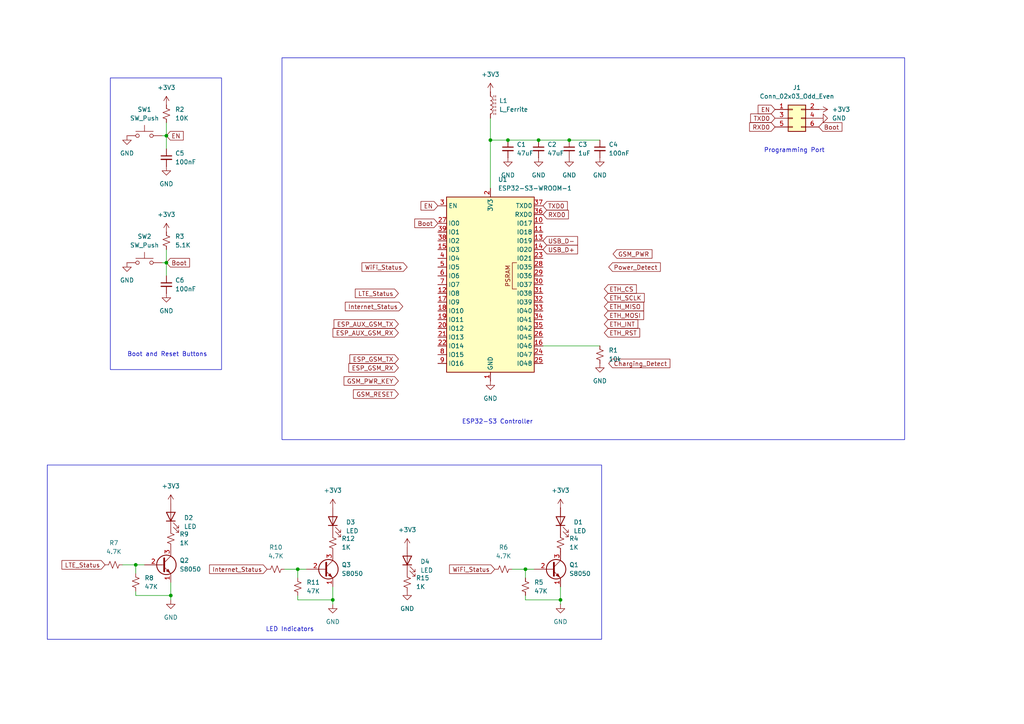
<source format=kicad_sch>
(kicad_sch (version 20231120) (generator "eeschema") (generator_version "8.0")
  (paper "A4")
  (lib_symbols
    (symbol "Connector_Generic:Conn_02x03_Odd_Even" (pin_names (offset 1.016) hide)
      (property "Reference" "J" (at 1.27 5.08 0))
      (property "Value" "Conn_02x03_Odd_Even" (at 1.27 -5.08 0))
      (symbol "Conn_02x03_Odd_Even_1_1"
        (rectangle (start -1.27 -2.413) (end 0 -2.667) (stroke (width 0.1524)))
        (rectangle (start -1.27 0.127) (end 0 -0.127) (stroke (width 0.1524)))
        (rectangle (start -1.27 2.667) (end 0 2.413) (stroke (width 0.1524)))
        (rectangle (start -1.27 3.81) (end 3.81 -3.81) (stroke (width 0.254)) (fill (type background)))
        (rectangle (start 3.81 -2.413) (end 2.54 -2.667) (stroke (width 0.1524)))
        (rectangle (start 3.81 0.127) (end 2.54 -0.127) (stroke (width 0.1524)))
        (rectangle (start 3.81 2.667) (end 2.54 2.413) (stroke (width 0.1524)))
        (pin passive line (at -5.08 2.54 0) (length 3.81) (name "Pin_1") (number "1"))
        (pin passive line (at 7.62 2.54 180) (length 3.81) (name "Pin_2") (number "2"))
        (pin passive line (at -5.08 0 0) (length 3.81) (name "Pin_3") (number "3"))
        (pin passive line (at 7.62 0 180) (length 3.81) (name "Pin_4") (number "4"))
        (pin passive line (at -5.08 -2.54 0) (length 3.81) (name "Pin_5") (number "5"))
        (pin passive line (at 7.62 -2.54 180) (length 3.81) (name "Pin_6") (number "6"))
      )
    )
    (symbol "Device:C_Small" (pin_numbers hide) (pin_names (offset 0.254) hide)
      (property "Reference" "C" (at 0.254 1.778 0))
      (property "Value" "C_Small" (at 0.254 -2.032 0))
      (symbol "C_Small_0_1"
        (polyline (pts (xy -1.524 -0.508) (xy 1.524 -0.508)) (stroke (width 0.3302)))
        (polyline (pts (xy -1.524 0.508) (xy 1.524 0.508)) (stroke (width 0.3048)))
      )
      (symbol "C_Small_1_1"
        (pin passive line (at 0 2.54 270) (length 2.032) (name "~") (number "1"))
        (pin passive line (at 0 -2.54 90) (length 2.032) (name "~") (number "2"))
      )
    )
    (symbol "Device:LED" (pin_numbers hide) (pin_names (offset 1.016) hide)
      (property "Reference" "D" (at 0 2.54 0))
      (property "Value" "LED" (at 0 -2.54 0))
      (symbol "LED_0_1"
        (polyline (pts (xy -1.27 -1.27) (xy -1.27 1.27)) (stroke (width 0.254)))
        (polyline (pts (xy -1.27 0) (xy 1.27 0)))
        (polyline (pts (xy 1.27 -1.27) (xy 1.27 1.27) (xy -1.27 0) (xy 1.27 -1.27)) (stroke (width 0.254)))
        (polyline (pts (xy -3.048 -0.762) (xy -4.572 -2.286) (xy -3.81 -2.286) (xy -4.572 -2.286) (xy -4.572 -1.524)))
        (polyline (pts (xy -1.778 -0.762) (xy -3.302 -2.286) (xy -2.54 -2.286) (xy -3.302 -2.286) (xy -3.302 -1.524)))
      )
      (symbol "LED_1_1"
        (pin passive line (at -3.81 0 0) (length 2.54) (name "K") (number "1"))
        (pin passive line (at 3.81 0 180) (length 2.54) (name "A") (number "2"))
      )
    )
    (symbol "Device:L_Ferrite" (pin_numbers hide) (pin_names (offset 1.016) hide)
      (property "Reference" "L" (at -1.27 0 90))
      (property "Value" "L_Ferrite" (at 2.794 0 90))
      (symbol "L_Ferrite_0_1"
        (arc (start 0 -2.54) (mid 0.6323 -1.905) (end 0 -1.27))
        (arc (start 0 -1.27) (mid 0.6323 -0.635) (end 0 0))
        (polyline (pts (xy 1.016 -2.794) (xy 1.016 -2.286)))
        (polyline (pts (xy 1.016 -1.778) (xy 1.016 -1.27)))
        (polyline (pts (xy 1.016 -0.762) (xy 1.016 -0.254)))
        (polyline (pts (xy 1.016 0.254) (xy 1.016 0.762)))
        (polyline (pts (xy 1.016 1.27) (xy 1.016 1.778)))
        (polyline (pts (xy 1.016 2.286) (xy 1.016 2.794)))
        (polyline (pts (xy 1.524 -2.286) (xy 1.524 -2.794)))
        (polyline (pts (xy 1.524 -1.27) (xy 1.524 -1.778)))
        (polyline (pts (xy 1.524 -0.254) (xy 1.524 -0.762)))
        (polyline (pts (xy 1.524 0.762) (xy 1.524 0.254)))
        (polyline (pts (xy 1.524 1.778) (xy 1.524 1.27)))
        (polyline (pts (xy 1.524 2.794) (xy 1.524 2.286)))
        (arc (start 0 0) (mid 0.6323 0.635) (end 0 1.27))
        (arc (start 0 1.27) (mid 0.6323 1.905) (end 0 2.54))
      )
      (symbol "L_Ferrite_1_1"
        (pin passive line (at 0 3.81 270) (length 1.27) (name "1") (number "1"))
        (pin passive line (at 0 -3.81 90) (length 1.27) (name "2") (number "2"))
      )
    )
    (symbol "Device:R_Small_US" (pin_numbers hide) (pin_names (offset 0.254) hide)
      (property "Reference" "R" (at 0.762 0.508 0))
      (property "Value" "R_Small_US" (at 0.762 -1.016 0))
      (symbol "R_Small_US_1_1"
        (polyline (pts (xy 0 0) (xy 1.016 -0.381) (xy 0 -0.762) (xy -1.016 -1.143) (xy 0 -1.524)))
        (polyline (pts (xy 0 1.524) (xy 1.016 1.143) (xy 0 0.762) (xy -1.016 0.381) (xy 0 0)))
        (pin passive line (at 0 2.54 270) (length 1.016) (name "~") (number "1"))
        (pin passive line (at 0 -2.54 90) (length 1.016) (name "~") (number "2"))
      )
    )
    (symbol "RF_Module:ESP32-S3-WROOM-1"
      (property "Reference" "U" (at -12.7 26.67 0))
      (property "Value" "ESP32-S3-WROOM-1" (at 12.7 26.67 0))
      (symbol "ESP32-S3-WROOM-1_0_0"
        (rectangle (start -12.7 25.4) (end 12.7 -25.4) (stroke (width 0.254)) (fill (type background)))
        (text "PSRAM" (at 5.08 2.54 900) (effects (font (size 1.27 1.27))))
      )
      (symbol "ESP32-S3-WROOM-1_0_1"
        (polyline (pts (xy 7.62 -1.27) (xy 6.35 -1.27) (xy 6.35 6.35) (xy 7.62 6.35)))
      )
      (symbol "ESP32-S3-WROOM-1_1_1"
        (pin power_in line (at 0 -27.94 90) (length 2.54) (name "GND") (number "1"))
        (pin bidirectional line (at 15.24 17.78 180) (length 2.54) (name "IO17") (number "10"))
        (pin bidirectional line (at 15.24 15.24 180) (length 2.54) (name "IO18") (number "11"))
        (pin bidirectional line (at -15.24 -2.54 0) (length 2.54) (name "IO8") (number "12"))
        (pin bidirectional line (at 15.24 12.7 180) (length 2.54) (name "IO19") (number "13"))
        (pin bidirectional line (at 15.24 10.16 180) (length 2.54) (name "IO20") (number "14"))
        (pin bidirectional line (at -15.24 10.16 0) (length 2.54) (name "IO3") (number "15"))
        (pin bidirectional line (at 15.24 -17.78 180) (length 2.54) (name "IO46") (number "16"))
        (pin bidirectional line (at -15.24 -5.08 0) (length 2.54) (name "IO9") (number "17"))
        (pin bidirectional line (at -15.24 -7.62 0) (length 2.54) (name "IO10") (number "18"))
        (pin bidirectional line (at -15.24 -10.16 0) (length 2.54) (name "IO11") (number "19"))
        (pin power_in line (at 0 27.94 270) (length 2.54) (name "3V3") (number "2"))
        (pin bidirectional line (at -15.24 -12.7 0) (length 2.54) (name "IO12") (number "20"))
        (pin bidirectional line (at -15.24 -15.24 0) (length 2.54) (name "IO13") (number "21"))
        (pin bidirectional line (at -15.24 -17.78 0) (length 2.54) (name "IO14") (number "22"))
        (pin bidirectional line (at 15.24 7.62 180) (length 2.54) (name "IO21") (number "23"))
        (pin bidirectional line (at 15.24 -20.32 180) (length 2.54) (name "IO47") (number "24"))
        (pin bidirectional line (at 15.24 -22.86 180) (length 2.54) (name "IO48") (number "25"))
        (pin bidirectional line (at 15.24 -15.24 180) (length 2.54) (name "IO45") (number "26"))
        (pin bidirectional line (at -15.24 17.78 0) (length 2.54) (name "IO0") (number "27"))
        (pin bidirectional line (at 15.24 5.08 180) (length 2.54) (name "IO35") (number "28"))
        (pin bidirectional line (at 15.24 2.54 180) (length 2.54) (name "IO36") (number "29"))
        (pin input line (at -15.24 22.86 0) (length 2.54) (name "EN") (number "3"))
        (pin bidirectional line (at 15.24 0 180) (length 2.54) (name "IO37") (number "30"))
        (pin bidirectional line (at 15.24 -2.54 180) (length 2.54) (name "IO38") (number "31"))
        (pin bidirectional line (at 15.24 -5.08 180) (length 2.54) (name "IO39") (number "32"))
        (pin bidirectional line (at 15.24 -7.62 180) (length 2.54) (name "IO40") (number "33"))
        (pin bidirectional line (at 15.24 -10.16 180) (length 2.54) (name "IO41") (number "34"))
        (pin bidirectional line (at 15.24 -12.7 180) (length 2.54) (name "IO42") (number "35"))
        (pin bidirectional line (at 15.24 20.32 180) (length 2.54) (name "RXD0") (number "36"))
        (pin bidirectional line (at 15.24 22.86 180) (length 2.54) (name "TXD0") (number "37"))
        (pin bidirectional line (at -15.24 12.7 0) (length 2.54) (name "IO2") (number "38"))
        (pin bidirectional line (at -15.24 15.24 0) (length 2.54) (name "IO1") (number "39"))
        (pin bidirectional line (at -15.24 7.62 0) (length 2.54) (name "IO4") (number "4"))
        (pin passive line (at 0 -27.94 90) (length 2.54) hide (name "GND") (number "40"))
        (pin passive line (at 0 -27.94 90) (length 2.54) hide (name "GND") (number "41"))
        (pin bidirectional line (at -15.24 5.08 0) (length 2.54) (name "IO5") (number "5"))
        (pin bidirectional line (at -15.24 2.54 0) (length 2.54) (name "IO6") (number "6"))
        (pin bidirectional line (at -15.24 0 0) (length 2.54) (name "IO7") (number "7"))
        (pin bidirectional line (at -15.24 -20.32 0) (length 2.54) (name "IO15") (number "8"))
        (pin bidirectional line (at -15.24 -22.86 0) (length 2.54) (name "IO16") (number "9"))
      )
    )
    (symbol "Switch:SW_Push" (pin_numbers hide) (pin_names (offset 1.016) hide)
      (property "Reference" "SW" (at 1.27 2.54 0))
      (property "Value" "SW_Push" (at 0 -1.524 0))
      (symbol "SW_Push_0_1"
        (circle (center -2.032 0) (radius 0.508))
        (polyline (pts (xy 0 1.27) (xy 0 3.048)))
        (polyline (pts (xy 2.54 1.27) (xy -2.54 1.27)))
        (circle (center 2.032 0) (radius 0.508))
        (pin passive line (at -5.08 0 0) (length 2.54) (name "1") (number "1"))
        (pin passive line (at 5.08 0 180) (length 2.54) (name "2") (number "2"))
      )
    )
    (symbol "Transistor_BJT:S8050" (pin_names (offset 0) hide)
      (property "Reference" "Q" (at 5.08 1.905 0))
      (property "Value" "S8050" (at 5.08 0 0))
      (symbol "S8050_0_1"
        (polyline (pts (xy 0 0) (xy 0.635 0)))
        (polyline (pts (xy 0.635 0.635) (xy 2.54 2.54)))
        (polyline (pts (xy 0.635 -0.635) (xy 2.54 -2.54) (xy 2.54 -2.54)))
        (polyline (pts (xy 0.635 1.905) (xy 0.635 -1.905) (xy 0.635 -1.905)) (stroke (width 0.508)))
        (polyline (pts (xy 1.27 -1.778) (xy 1.778 -1.27) (xy 2.286 -2.286) (xy 1.27 -1.778) (xy 1.27 -1.778)) (fill (type outline)))
        (circle (center 1.27 0) (radius 2.8194) (stroke (width 0.254)))
      )
      (symbol "S8050_1_1"
        (pin passive line (at 2.54 -5.08 90) (length 2.54) (name "E") (number "1"))
        (pin input line (at -5.08 0 0) (length 5.08) (name "B") (number "2"))
        (pin passive line (at 2.54 5.08 270) (length 2.54) (name "C") (number "3"))
      )
    )
    (symbol "power:+3V3" (power) (pin_numbers hide) (pin_names (offset 0) hide)
      (property "Value" "+3V3" (at 0 3.556 0))
      (symbol "+3V3_0_1"
        (polyline (pts (xy -0.762 1.27) (xy 0 2.54)))
        (polyline (pts (xy 0 0) (xy 0 2.54)))
        (polyline (pts (xy 0 2.54) (xy 0.762 1.27)))
      )
      (symbol "+3V3_1_1"
        (pin power_in line (at 0 0 90) (length 0) (name "~") (number "1"))
      )
    )
    (symbol "power:GND" (power) (pin_numbers hide) (pin_names (offset 0) hide)
      (property "Value" "GND" (at 0 -3.81 0))
      (symbol "GND_0_1"
        (polyline (pts (xy 0 0) (xy 0 -1.27) (xy 1.27 -1.27) (xy 0 -2.54) (xy -1.27 -1.27) (xy 0 -1.27)))
      )
      (symbol "GND_1_1"
        (pin power_in line (at 0 0 270) (length 0) (name "~") (number "1"))
      )
    )
  )
  (junction (at 86.36 165.1))
  (junction (at 142.24 40.64))
  (junction (at 48.26 76.2))
  (junction (at 48.26 39.37))
  (junction (at 147.32 40.64))
  (junction (at 162.56 173.99))
  (junction (at 39.37 163.83))
  (junction (at 152.4 165.1))
  (junction (at 49.53 172.72))
  (junction (at 96.52 173.99))
  (junction (at 156.21 40.64))
  (junction (at 165.1 40.64))
  (wire (pts (xy 82.55 165.1) (xy 86.36 165.1)))
  (wire (pts (xy 147.32 40.64) (xy 156.21 40.64)))
  (wire (pts (xy 48.26 76.2) (xy 48.26 80.01)))
  (wire (pts (xy 35.56 163.83) (xy 39.37 163.83)))
  (wire (pts (xy 39.37 166.37) (xy 39.37 163.83)))
  (wire (pts (xy 86.36 172.72) (xy 86.36 173.99)))
  (wire (pts (xy 162.56 173.99) (xy 162.56 175.26)))
  (wire (pts (xy 142.24 34.29) (xy 142.24 40.64)))
  (wire (pts (xy 142.24 40.64) (xy 147.32 40.64)))
  (wire (pts (xy 48.26 35.56) (xy 48.26 39.37)))
  (wire (pts (xy 152.4 172.72) (xy 152.4 173.99)))
  (wire (pts (xy 39.37 163.83) (xy 41.91 163.83)))
  (wire (pts (xy 157.48 100.33) (xy 173.99 100.33)))
  (wire (pts (xy 49.53 172.72) (xy 49.53 173.99)))
  (wire (pts (xy 152.4 173.99) (xy 162.56 173.99)))
  (wire (pts (xy 49.53 168.91) (xy 49.53 172.72)))
  (wire (pts (xy 96.52 173.99) (xy 96.52 175.26)))
  (wire (pts (xy 152.4 165.1) (xy 154.94 165.1)))
  (wire (pts (xy 48.26 72.39) (xy 48.26 76.2)))
  (wire (pts (xy 46.99 39.37) (xy 48.26 39.37)))
  (wire (pts (xy 46.99 76.2) (xy 48.26 76.2)))
  (wire (pts (xy 86.36 173.99) (xy 96.52 173.99)))
  (wire (pts (xy 39.37 172.72) (xy 49.53 172.72)))
  (wire (pts (xy 148.59 165.1) (xy 152.4 165.1)))
  (wire (pts (xy 156.21 40.64) (xy 165.1 40.64)))
  (wire (pts (xy 48.26 39.37) (xy 48.26 43.18)))
  (wire (pts (xy 86.36 165.1) (xy 88.9 165.1)))
  (wire (pts (xy 162.56 170.18) (xy 162.56 173.99)))
  (wire (pts (xy 96.52 170.18) (xy 96.52 173.99)))
  (wire (pts (xy 86.36 167.64) (xy 86.36 165.1)))
  (wire (pts (xy 165.1 40.64) (xy 173.99 40.64)))
  (wire (pts (xy 142.24 40.64) (xy 142.24 54.61)))
  (wire (pts (xy 152.4 167.64) (xy 152.4 165.1)))
  (wire (pts (xy 39.37 171.45) (xy 39.37 172.72)))
  (rectangle (start 13.716 134.874) (end 174.498 185.42))
  (rectangle (start 32.004 22.606) (end 64.262 107.188))
  (rectangle (start 81.788 16.764) (end 262.382 127.508))
  (text "LED Indicators" (at 84.074 182.626 0) (effects (font (size 1.27 1.27))))
  (text "Programming Port" (at 230.378 43.688 0) (effects (font (size 1.27 1.27))))
  (text "ESP32-S3 Controller" (at 144.272 122.428 0) (effects (font (size 1.27 1.27))))
  (text "Boot and Reset Buttons" (at 48.514 102.87 0) (effects (font (size 1.27 1.27))))
  (global_label "TXD0" (shape input) (at 224.79 34.29 180) (property "Intersheetrefs" "${INTERSHEET_REFS}" (effects (hide yes))))
  (global_label "ESP_GSM_RX" (shape input) (at 115.57 106.68 180) (property "Intersheetrefs" "${INTERSHEET_REFS}" (effects (hide yes))))
  (global_label "ETH_CS" (shape input) (at 175.26 83.82 0) (property "Intersheetrefs" "${INTERSHEET_REFS}" (effects (hide yes))))
  (global_label "Internet_Status" (shape input) (at 116.84 88.9 180) (property "Intersheetrefs" "${INTERSHEET_REFS}" (effects (hide yes))))
  (global_label "RXD0" (shape input) (at 157.48 62.23 0) (property "Intersheetrefs" "${INTERSHEET_REFS}" (effects (hide yes))))
  (global_label "Boot" (shape input) (at 127 64.77 180) (property "Intersheetrefs" "${INTERSHEET_REFS}" (effects (hide yes))))
  (global_label "GSM_PWR_KEY" (shape input) (at 115.57 110.49 180) (property "Intersheetrefs" "${INTERSHEET_REFS}" (effects (hide yes))))
  (global_label "WiFi_Status" (shape input) (at 118.11 77.47 180) (property "Intersheetrefs" "${INTERSHEET_REFS}" (effects (hide yes))))
  (global_label "Boot" (shape input) (at 48.26 76.2 0) (property "Intersheetrefs" "${INTERSHEET_REFS}" (effects (hide yes))))
  (global_label "Charging_Detect" (shape input) (at 176.53 105.41 0) (property "Intersheetrefs" "${INTERSHEET_REFS}" (effects (hide yes))))
  (global_label "ETH_MOSI" (shape input) (at 175.26 91.44 0) (property "Intersheetrefs" "${INTERSHEET_REFS}" (effects (hide yes))))
  (global_label "ETH_SCLK" (shape input) (at 175.26 86.36 0) (property "Intersheetrefs" "${INTERSHEET_REFS}" (effects (hide yes))))
  (global_label "ESP_GSM_TX" (shape input) (at 115.57 104.14 180) (property "Intersheetrefs" "${INTERSHEET_REFS}" (effects (hide yes))))
  (global_label "EN" (shape input) (at 48.26 39.37 0) (property "Intersheetrefs" "${INTERSHEET_REFS}" (effects (hide yes))))
  (global_label "GSM_RESET" (shape input) (at 115.57 114.3 180) (property "Intersheetrefs" "${INTERSHEET_REFS}" (effects (hide yes))))
  (global_label "LTE_Status" (shape input) (at 30.48 163.83 180) (property "Intersheetrefs" "${INTERSHEET_REFS}" (effects (hide yes))))
  (global_label "ESP_AUX_GSM_TX" (shape input) (at 115.57 93.98 180) (property "Intersheetrefs" "${INTERSHEET_REFS}" (effects (hide yes))))
  (global_label "USB_D+" (shape input) (at 157.48 72.39 0) (property "Intersheetrefs" "${INTERSHEET_REFS}" (effects (hide yes))))
  (global_label "WiFi_Status" (shape input) (at 143.51 165.1 180) (property "Intersheetrefs" "${INTERSHEET_REFS}" (effects (hide yes))))
  (global_label "ETH_INT" (shape input) (at 175.26 93.98 0) (property "Intersheetrefs" "${INTERSHEET_REFS}" (effects (hide yes))))
  (global_label "Internet_Status" (shape input) (at 77.47 165.1 180) (property "Intersheetrefs" "${INTERSHEET_REFS}" (effects (hide yes))))
  (global_label "ETH_MISO" (shape input) (at 175.26 88.9 0) (property "Intersheetrefs" "${INTERSHEET_REFS}" (effects (hide yes))))
  (global_label "USB_D-" (shape input) (at 157.48 69.85 0) (property "Intersheetrefs" "${INTERSHEET_REFS}" (effects (hide yes))))
  (global_label "Power_Detect" (shape input) (at 176.53 77.47 0) (property "Intersheetrefs" "${INTERSHEET_REFS}" (effects (hide yes))))
  (global_label "EN" (shape input) (at 224.79 31.75 180) (property "Intersheetrefs" "${INTERSHEET_REFS}" (effects (hide yes))))
  (global_label "LTE_Status" (shape input) (at 115.57 85.09 180) (property "Intersheetrefs" "${INTERSHEET_REFS}" (effects (hide yes))))
  (global_label "Boot" (shape input) (at 237.49 36.83 0) (property "Intersheetrefs" "${INTERSHEET_REFS}" (effects (hide yes))))
  (global_label "ESP_AUX_GSM_RX" (shape input) (at 115.57 96.52 180) (property "Intersheetrefs" "${INTERSHEET_REFS}" (effects (hide yes))))
  (global_label "RXD0" (shape input) (at 224.79 36.83 180) (property "Intersheetrefs" "${INTERSHEET_REFS}" (effects (hide yes))))
  (global_label "ETH_RST" (shape input) (at 175.26 96.52 0) (property "Intersheetrefs" "${INTERSHEET_REFS}" (effects (hide yes))))
  (global_label "EN" (shape input) (at 127 59.69 180) (property "Intersheetrefs" "${INTERSHEET_REFS}" (effects (hide yes))))
  (global_label "GSM_PWR" (shape input) (at 177.8 73.66 0) (property "Intersheetrefs" "${INTERSHEET_REFS}" (effects (hide yes))))
  (global_label "TXD0" (shape input) (at 157.48 59.69 0) (property "Intersheetrefs" "${INTERSHEET_REFS}" (effects (hide yes))))
  (symbol (lib_id "Device:LED") (at 118.11 162.56 90) (unit 1)
    (property "Reference" "D4" (at 121.92 162.8774 90) (effects (justify right)))
    (property "Value" "LED" (at 121.92 165.4174 90) (effects (justify right)))
    (property "Description" "Light emitting diode" (effects (hide yes)))
  )
  (symbol (lib_id "Device:R_Small_US") (at 173.99 102.87 0) (unit 1)
    (property "Reference" "R1" (at 176.53 101.5999 0) (effects (justify left)))
    (property "Value" "10k" (at 176.53 104.1399 0) (effects (justify left)))
    (property "Description" "Resistor, small US symbol" (effects (hide yes)))
  )
  (symbol (lib_id "power:GND") (at 48.26 48.26 0) (unit 1)
    (property "Reference" "#PWR09" (effects (hide yes)))
    (property "Value" "GND" (at 48.26 53.34 0))
    (property "Description" "Power symbol creates a global label with name \"GND\" , ground" (effects (hide yes)))
  )
  (symbol (lib_id "Transistor_BJT:S8050") (at 46.99 163.83 0) (unit 1)
    (property "Reference" "Q2" (at 52.07 162.5599 0) (effects (justify left)))
    (property "Value" "S8050" (at 52.07 165.0999 0) (effects (justify left)))
    (property "Footprint" "Package_TO_SOT_THT:TO-92_Inline" (effects (hide yes)))
    (property "Datasheet" "http://www.unisonic.com.tw/datasheet/S8050.pdf" (effects (hide yes)))
    (property "Description" "0.7A Ic, 20V Vce, Low Voltage High Current NPN Transistor, TO-92" (effects (hide yes)))
  )
  (symbol (lib_id "Device:C_Small") (at 147.32 43.18 0) (unit 1)
    (property "Reference" "C1" (at 149.86 41.9162 0) (effects (justify left)))
    (property "Value" "47uF" (at 149.86 44.4562 0) (effects (justify left)))
    (property "Description" "Unpolarized capacitor, small symbol" (effects (hide yes)))
  )
  (symbol (lib_id "power:+3V3") (at 48.26 67.31 0) (unit 1)
    (property "Reference" "#PWR012" (effects (hide yes)))
    (property "Value" "+3V3" (at 48.26 62.23 0))
    (property "Description" "Power symbol creates a global label with name \"+3V3\"" (effects (hide yes)))
  )
  (symbol (lib_id "Device:R_Small_US") (at 86.36 170.18 0) (unit 1)
    (property "Reference" "R11" (at 88.9 168.9099 0) (effects (justify left)))
    (property "Value" "47K" (at 88.9 171.4499 0) (effects (justify left)))
    (property "Description" "Resistor, small US symbol" (effects (hide yes)))
  )
  (symbol (lib_id "power:GND") (at 156.21 45.72 0) (unit 1)
    (property "Reference" "#PWR02" (effects (hide yes)))
    (property "Value" "GND" (at 156.21 50.8 0))
    (property "Description" "Power symbol creates a global label with name \"GND\" , ground" (effects (hide yes)))
  )
  (symbol (lib_id "power:GND") (at 49.53 173.99 0) (unit 1)
    (property "Reference" "#PWR017" (effects (hide yes)))
    (property "Value" "GND" (at 49.53 179.07 0))
    (property "Description" "Power symbol creates a global label with name \"GND\" , ground" (effects (hide yes)))
  )
  (symbol (lib_id "power:GND") (at 173.99 45.72 0) (unit 1)
    (property "Reference" "#PWR04" (effects (hide yes)))
    (property "Value" "GND" (at 173.99 50.8 0))
    (property "Description" "Power symbol creates a global label with name \"GND\" , ground" (effects (hide yes)))
  )
  (symbol (lib_id "Device:L_Ferrite") (at 142.24 30.48 0) (unit 1)
    (property "Reference" "L1" (at 144.78 29.2099 0) (effects (justify left)))
    (property "Value" "L_Ferrite" (at 144.78 31.7499 0) (effects (justify left)))
    (property "Description" "Inductor with ferrite core" (effects (hide yes)))
  )
  (symbol (lib_id "power:GND") (at 118.11 171.45 0) (unit 1)
    (property "Reference" "#PWR021" (effects (hide yes)))
    (property "Value" "GND" (at 118.11 176.53 0))
    (property "Description" "Power symbol creates a global label with name \"GND\" , ground" (effects (hide yes)))
  )
  (symbol (lib_id "power:GND") (at 36.83 39.37 0) (unit 1)
    (property "Reference" "#PWR010" (effects (hide yes)))
    (property "Value" "GND" (at 36.83 44.45 0))
    (property "Description" "Power symbol creates a global label with name \"GND\" , ground" (effects (hide yes)))
  )
  (symbol (lib_id "Switch:SW_Push") (at 41.91 76.2 0) (unit 1)
    (property "Reference" "SW2" (at 41.91 68.58 0))
    (property "Value" "SW_Push" (at 41.91 71.12 0))
    (property "Description" "Push button switch, generic, two pins" (effects (hide yes)))
  )
  (symbol (lib_id "Device:C_Small") (at 48.26 82.55 0) (unit 1)
    (property "Reference" "C6" (at 50.8 81.2862 0) (effects (justify left)))
    (property "Value" "100nF" (at 50.8 83.8262 0) (effects (justify left)))
    (property "Description" "Unpolarized capacitor, small symbol" (effects (hide yes)))
  )
  (symbol (lib_id "Device:R_Small_US") (at 48.26 69.85 0) (unit 1)
    (property "Reference" "R3" (at 50.8 68.5799 0) (effects (justify left)))
    (property "Value" "5.1K" (at 50.8 71.1199 0) (effects (justify left)))
    (property "Description" "Resistor, small US symbol" (effects (hide yes)))
  )
  (symbol (lib_id "Device:LED") (at 162.56 151.13 90) (unit 1)
    (property "Reference" "D1" (at 166.37 151.4474 90) (effects (justify right)))
    (property "Value" "LED" (at 166.37 153.9874 90) (effects (justify right)))
    (property "Description" "Light emitting diode" (effects (hide yes)))
  )
  (symbol (lib_id "Device:R_Small_US") (at 96.52 157.48 0) (unit 1)
    (property "Reference" "R12" (at 99.06 156.2099 0) (effects (justify left)))
    (property "Value" "1K" (at 99.06 158.7499 0) (effects (justify left)))
    (property "Description" "Resistor, small US symbol" (effects (hide yes)))
  )
  (symbol (lib_id "Device:R_Small_US") (at 146.05 165.1 90) (unit 1)
    (property "Reference" "R6" (at 146.05 158.75 90))
    (property "Value" "4.7K" (at 146.05 161.29 90))
    (property "Description" "Resistor, small US symbol" (effects (hide yes)))
  )
  (symbol (lib_id "Device:C_Small") (at 48.26 45.72 0) (unit 1)
    (property "Reference" "C5" (at 50.8 44.4562 0) (effects (justify left)))
    (property "Value" "100nF" (at 50.8 46.9962 0) (effects (justify left)))
    (property "Description" "Unpolarized capacitor, small symbol" (effects (hide yes)))
  )
  (symbol (lib_id "power:+3V3") (at 162.56 147.32 0) (unit 1)
    (property "Reference" "#PWR014" (effects (hide yes)))
    (property "Value" "+3V3" (at 162.56 142.24 0))
    (property "Description" "Power symbol creates a global label with name \"+3V3\"" (effects (hide yes)))
  )
  (symbol (lib_id "power:GND") (at 237.49 34.29 90) (unit 1)
    (property "Reference" "#PWR023" (effects (hide yes)))
    (property "Value" "GND" (at 241.3 34.2899 90) (effects (justify right)))
    (property "Description" "Power symbol creates a global label with name \"GND\" , ground" (effects (hide yes)))
  )
  (symbol (lib_id "Device:C_Small") (at 165.1 43.18 0) (unit 1)
    (property "Reference" "C3" (at 167.64 41.9162 0) (effects (justify left)))
    (property "Value" "1uF" (at 167.64 44.4562 0) (effects (justify left)))
    (property "Description" "Unpolarized capacitor, small symbol" (effects (hide yes)))
  )
  (symbol (lib_id "Switch:SW_Push") (at 41.91 39.37 0) (unit 1)
    (property "Reference" "SW1" (at 41.91 31.75 0))
    (property "Value" "SW_Push" (at 41.91 34.29 0))
    (property "Description" "Push button switch, generic, two pins" (effects (hide yes)))
  )
  (symbol (lib_id "Device:R_Small_US") (at 162.56 157.48 0) (unit 1)
    (property "Reference" "R4" (at 165.1 156.2099 0) (effects (justify left)))
    (property "Value" "1K" (at 165.1 158.7499 0) (effects (justify left)))
    (property "Description" "Resistor, small US symbol" (effects (hide yes)))
  )
  (symbol (lib_id "power:+3V3") (at 118.11 158.75 0) (unit 1)
    (property "Reference" "#PWR020" (effects (hide yes)))
    (property "Value" "+3V3" (at 118.11 153.67 0))
    (property "Description" "Power symbol creates a global label with name \"+3V3\"" (effects (hide yes)))
  )
  (symbol (lib_id "Device:R_Small_US") (at 49.53 156.21 0) (unit 1)
    (property "Reference" "R9" (at 52.07 154.9399 0) (effects (justify left)))
    (property "Value" "1K" (at 52.07 157.4799 0) (effects (justify left)))
    (property "Description" "Resistor, small US symbol" (effects (hide yes)))
  )
  (symbol (lib_id "power:GND") (at 48.26 85.09 0) (unit 1)
    (property "Reference" "#PWR013" (effects (hide yes)))
    (property "Value" "GND" (at 48.26 90.17 0))
    (property "Description" "Power symbol creates a global label with name \"GND\" , ground" (effects (hide yes)))
  )
  (symbol (lib_id "power:GND") (at 165.1 45.72 0) (unit 1)
    (property "Reference" "#PWR03" (effects (hide yes)))
    (property "Value" "GND" (at 165.1 50.8 0))
    (property "Description" "Power symbol creates a global label with name \"GND\" , ground" (effects (hide yes)))
  )
  (symbol (lib_id "power:GND") (at 173.99 105.41 0) (unit 1)
    (property "Reference" "#PWR07" (effects (hide yes)))
    (property "Value" "GND" (at 173.99 110.49 0))
    (property "Description" "Power symbol creates a global label with name \"GND\" , ground" (effects (hide yes)))
  )
  (symbol (lib_id "power:+3V3") (at 142.24 26.67 0) (unit 1)
    (property "Reference" "#PWR05" (effects (hide yes)))
    (property "Value" "+3V3" (at 142.24 21.59 0))
    (property "Description" "Power symbol creates a global label with name \"+3V3\"" (effects (hide yes)))
  )
  (symbol (lib_id "Device:C_Small") (at 156.21 43.18 0) (unit 1)
    (property "Reference" "C2" (at 158.75 41.9162 0) (effects (justify left)))
    (property "Value" "47uF" (at 158.75 44.4562 0) (effects (justify left)))
    (property "Description" "Unpolarized capacitor, small symbol" (effects (hide yes)))
  )
  (symbol (lib_id "Device:R_Small_US") (at 80.01 165.1 90) (unit 1)
    (property "Reference" "R10" (at 80.01 158.75 90))
    (property "Value" "4.7K" (at 80.01 161.29 90))
    (property "Description" "Resistor, small US symbol" (effects (hide yes)))
  )
  (symbol (lib_id "power:+3V3") (at 237.49 31.75 270) (unit 1)
    (property "Reference" "#PWR022" (effects (hide yes)))
    (property "Value" "+3V3" (at 241.3 31.7499 90) (effects (justify left)))
    (property "Description" "Power symbol creates a global label with name \"+3V3\"" (effects (hide yes)))
  )
  (symbol (lib_id "Device:R_Small_US") (at 39.37 168.91 0) (unit 1)
    (property "Reference" "R8" (at 41.91 167.6399 0) (effects (justify left)))
    (property "Value" "47K" (at 41.91 170.1799 0) (effects (justify left)))
    (property "Description" "Resistor, small US symbol" (effects (hide yes)))
  )
  (symbol (lib_id "Device:R_Small_US") (at 118.11 168.91 0) (unit 1)
    (property "Reference" "R15" (at 120.65 167.6399 0) (effects (justify left)))
    (property "Value" "1K" (at 120.65 170.1799 0) (effects (justify left)))
    (property "Description" "Resistor, small US symbol" (effects (hide yes)))
  )
  (symbol (lib_id "RF_Module:ESP32-S3-WROOM-1") (at 142.24 82.55 0) (unit 1)
    (property "Reference" "U1" (at 144.4341 52.07 0) (effects (justify left)))
    (property "Value" "ESP32-S3-WROOM-1" (at 144.4341 54.61 0) (effects (justify left)))
    (property "Footprint" "RF_Module:ESP32-S3-WROOM-1" (effects (hide yes)))
    (property "Datasheet" "https://www.espressif.com/sites/default/files/documentation/esp32-s3-wroom-1_wroom-1u_datasheet_en.pdf" (effects (hide yes)))
    (property "Description" "RF Module, ESP32-S3 SoC, Wi-Fi 802.11b/g/n, Bluetooth, BLE, 32-bit, 3.3V, onboard antenna, SMD" (effects (hide yes)))
  )
  (symbol (lib_id "power:GND") (at 96.52 175.26 0) (unit 1)
    (property "Reference" "#PWR019" (effects (hide yes)))
    (property "Value" "GND" (at 96.52 180.34 0))
    (property "Description" "Power symbol creates a global label with name \"GND\" , ground" (effects (hide yes)))
  )
  (symbol (lib_id "power:GND") (at 142.24 110.49 0) (unit 1)
    (property "Reference" "#PWR06" (effects (hide yes)))
    (property "Value" "GND" (at 142.24 115.57 0))
    (property "Description" "Power symbol creates a global label with name \"GND\" , ground" (effects (hide yes)))
  )
  (symbol (lib_id "Transistor_BJT:S8050") (at 160.02 165.1 0) (unit 1)
    (property "Reference" "Q1" (at 165.1 163.8299 0) (effects (justify left)))
    (property "Value" "S8050" (at 165.1 166.3699 0) (effects (justify left)))
    (property "Footprint" "Package_TO_SOT_THT:TO-92_Inline" (effects (hide yes)))
    (property "Datasheet" "http://www.unisonic.com.tw/datasheet/S8050.pdf" (effects (hide yes)))
    (property "Description" "0.7A Ic, 20V Vce, Low Voltage High Current NPN Transistor, TO-92" (effects (hide yes)))
  )
  (symbol (lib_id "Connector_Generic:Conn_02x03_Odd_Even") (at 229.87 34.29 0) (unit 1)
    (property "Reference" "J1" (at 231.14 25.4 0))
    (property "Value" "Conn_02x03_Odd_Even" (at 231.14 27.94 0))
    (property "Description" "Generic connector, double row, 02x03, odd/even pin numbering scheme (row 1 odd numbers, row 2 even numbers), script generated (kicad-library-utils/schlib/autogen/connector/)" (effects (hide yes)))
  )
  (symbol (lib_id "power:+3V3") (at 96.52 147.32 0) (unit 1)
    (property "Reference" "#PWR018" (effects (hide yes)))
    (property "Value" "+3V3" (at 96.52 142.24 0))
    (property "Description" "Power symbol creates a global label with name \"+3V3\"" (effects (hide yes)))
  )
  (symbol (lib_id "Device:C_Small") (at 173.99 43.18 0) (unit 1)
    (property "Reference" "C4" (at 176.53 41.9162 0) (effects (justify left)))
    (property "Value" "100nF" (at 176.53 44.4562 0) (effects (justify left)))
    (property "Description" "Unpolarized capacitor, small symbol" (effects (hide yes)))
  )
  (symbol (lib_id "power:+3V3") (at 49.53 146.05 0) (unit 1)
    (property "Reference" "#PWR016" (effects (hide yes)))
    (property "Value" "+3V3" (at 49.53 140.97 0))
    (property "Description" "Power symbol creates a global label with name \"+3V3\"" (effects (hide yes)))
  )
  (symbol (lib_id "Device:R_Small_US") (at 152.4 170.18 0) (unit 1)
    (property "Reference" "R5" (at 154.94 168.9099 0) (effects (justify left)))
    (property "Value" "47K" (at 154.94 171.4499 0) (effects (justify left)))
    (property "Description" "Resistor, small US symbol" (effects (hide yes)))
  )
  (symbol (lib_id "Device:R_Small_US") (at 33.02 163.83 90) (unit 1)
    (property "Reference" "R7" (at 33.02 157.48 90))
    (property "Value" "4.7K" (at 33.02 160.02 90))
    (property "Description" "Resistor, small US symbol" (effects (hide yes)))
  )
  (symbol (lib_id "Device:R_Small_US") (at 48.26 33.02 0) (unit 1)
    (property "Reference" "R2" (at 50.8 31.7499 0) (effects (justify left)))
    (property "Value" "10K" (at 50.8 34.2899 0) (effects (justify left)))
    (property "Description" "Resistor, small US symbol" (effects (hide yes)))
  )
  (symbol (lib_id "Transistor_BJT:S8050") (at 93.98 165.1 0) (unit 1)
    (property "Reference" "Q3" (at 99.06 163.8299 0) (effects (justify left)))
    (property "Value" "S8050" (at 99.06 166.3699 0) (effects (justify left)))
    (property "Footprint" "Package_TO_SOT_THT:TO-92_Inline" (effects (hide yes)))
    (property "Datasheet" "http://www.unisonic.com.tw/datasheet/S8050.pdf" (effects (hide yes)))
    (property "Description" "0.7A Ic, 20V Vce, Low Voltage High Current NPN Transistor, TO-92" (effects (hide yes)))
  )
  (symbol (lib_id "Device:LED") (at 49.53 149.86 90) (unit 1)
    (property "Reference" "D2" (at 53.34 150.1774 90) (effects (justify right)))
    (property "Value" "LED" (at 53.34 152.7174 90) (effects (justify right)))
    (property "Description" "Light emitting diode" (effects (hide yes)))
  )
  (symbol (lib_id "power:GND") (at 36.83 76.2 0) (unit 1)
    (property "Reference" "#PWR011" (effects (hide yes)))
    (property "Value" "GND" (at 36.83 81.28 0))
    (property "Description" "Power symbol creates a global label with name \"GND\" , ground" (effects (hide yes)))
  )
  (symbol (lib_id "power:GND") (at 147.32 45.72 0) (unit 1)
    (property "Reference" "#PWR01" (effects (hide yes)))
    (property "Value" "GND" (at 147.32 50.8 0))
    (property "Description" "Power symbol creates a global label with name \"GND\" , ground" (effects (hide yes)))
  )
  (symbol (lib_id "Device:LED") (at 96.52 151.13 90) (unit 1)
    (property "Reference" "D3" (at 100.33 151.4474 90) (effects (justify right)))
    (property "Value" "LED" (at 100.33 153.9874 90) (effects (justify right)))
    (property "Description" "Light emitting diode" (effects (hide yes)))
  )
  (symbol (lib_id "power:GND") (at 162.56 175.26 0) (unit 1)
    (property "Reference" "#PWR015" (effects (hide yes)))
    (property "Value" "GND" (at 162.56 180.34 0))
    (property "Description" "Power symbol creates a global label with name \"GND\" , ground" (effects (hide yes)))
  )
  (symbol (lib_id "power:+3V3") (at 48.26 30.48 0) (unit 1)
    (property "Reference" "#PWR08" (effects (hide yes)))
    (property "Value" "+3V3" (at 48.26 25.4 0))
    (property "Description" "Power symbol creates a global label with name \"+3V3\"" (effects (hide yes)))
  )
)
</source>
